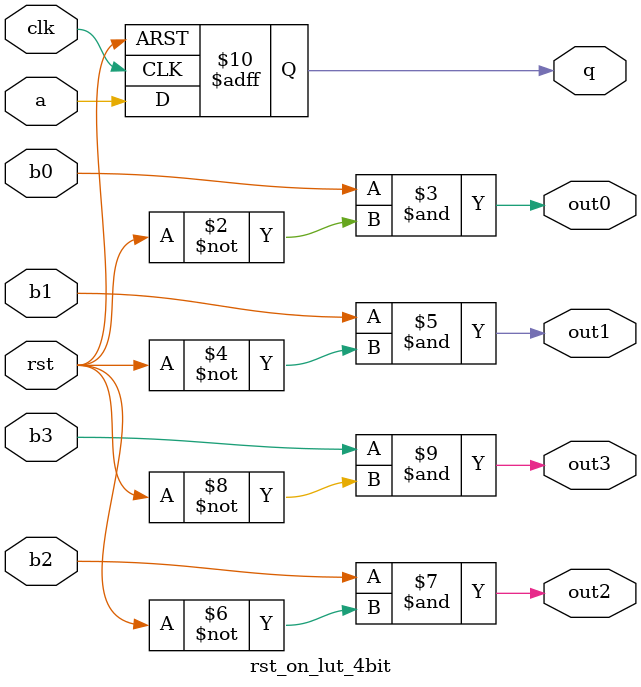
<source format=v>
`timescale 1ns / 1ps

module rst_on_lut_4bit(a, b0, b1, b2, b3, q, out0, out1, out2, out3, clk, rst);

input wire rst;
input wire clk;
input wire a;
input wire b0;
input wire b1;
input wire b2;
input wire b3;
output reg q;
output wire out0;
output wire out1;
output wire out2;
output wire out3;

always @(posedge rst or posedge clk) begin
  if (rst) begin
    q <= 0;
  end else begin
    q <= a;
  end
end

assign out0 = b0 & ~rst;
assign out1 = b1 & ~rst;
assign out2 = b2 & ~rst;
assign out3 = b3 & ~rst;

endmodule

</source>
